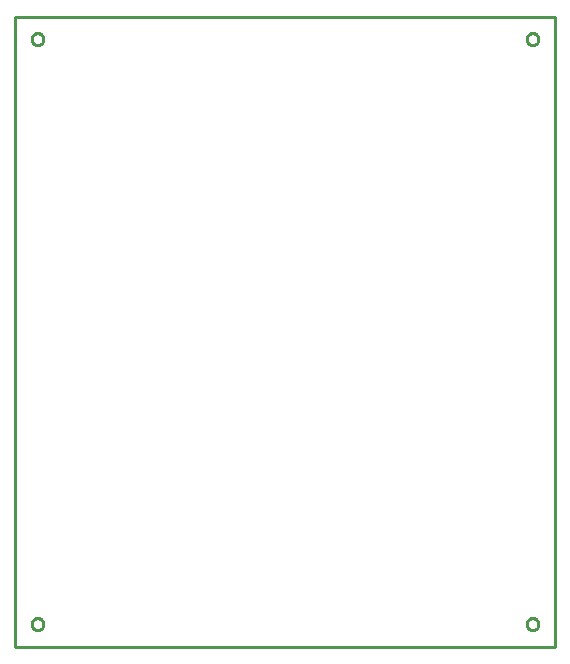
<source format=gbr>
G04 EAGLE Gerber RS-274X export*
G75*
%MOMM*%
%FSLAX34Y34*%
%LPD*%
%IN*%
%IPPOS*%
%AMOC8*
5,1,8,0,0,1.08239X$1,22.5*%
G01*
%ADD10C,0.254000*%


D10*
X0Y25400D02*
X457254Y25400D01*
X457254Y558802D01*
X254Y558802D01*
X0Y25400D01*
X24050Y44169D02*
X23987Y43611D01*
X23862Y43064D01*
X23677Y42534D01*
X23433Y42028D01*
X23134Y41552D01*
X22784Y41113D01*
X22387Y40716D01*
X21948Y40366D01*
X21472Y40067D01*
X20966Y39823D01*
X20436Y39638D01*
X19889Y39513D01*
X19331Y39450D01*
X18769Y39450D01*
X18211Y39513D01*
X17664Y39638D01*
X17134Y39823D01*
X16628Y40067D01*
X16152Y40366D01*
X15713Y40716D01*
X15316Y41113D01*
X14966Y41552D01*
X14667Y42028D01*
X14423Y42534D01*
X14238Y43064D01*
X14113Y43611D01*
X14050Y44169D01*
X14050Y44731D01*
X14113Y45289D01*
X14238Y45836D01*
X14423Y46366D01*
X14667Y46872D01*
X14966Y47348D01*
X15316Y47787D01*
X15713Y48184D01*
X16152Y48534D01*
X16628Y48833D01*
X17134Y49077D01*
X17664Y49262D01*
X18211Y49387D01*
X18769Y49450D01*
X19331Y49450D01*
X19889Y49387D01*
X20436Y49262D01*
X20966Y49077D01*
X21472Y48833D01*
X21948Y48534D01*
X22387Y48184D01*
X22784Y47787D01*
X23134Y47348D01*
X23433Y46872D01*
X23677Y46366D01*
X23862Y45836D01*
X23987Y45289D01*
X24050Y44731D01*
X24050Y44169D01*
X443150Y44169D02*
X443087Y43611D01*
X442962Y43064D01*
X442777Y42534D01*
X442533Y42028D01*
X442234Y41552D01*
X441884Y41113D01*
X441487Y40716D01*
X441048Y40366D01*
X440572Y40067D01*
X440066Y39823D01*
X439536Y39638D01*
X438989Y39513D01*
X438431Y39450D01*
X437869Y39450D01*
X437311Y39513D01*
X436764Y39638D01*
X436234Y39823D01*
X435728Y40067D01*
X435252Y40366D01*
X434813Y40716D01*
X434416Y41113D01*
X434066Y41552D01*
X433767Y42028D01*
X433523Y42534D01*
X433338Y43064D01*
X433213Y43611D01*
X433150Y44169D01*
X433150Y44731D01*
X433213Y45289D01*
X433338Y45836D01*
X433523Y46366D01*
X433767Y46872D01*
X434066Y47348D01*
X434416Y47787D01*
X434813Y48184D01*
X435252Y48534D01*
X435728Y48833D01*
X436234Y49077D01*
X436764Y49262D01*
X437311Y49387D01*
X437869Y49450D01*
X438431Y49450D01*
X438989Y49387D01*
X439536Y49262D01*
X440066Y49077D01*
X440572Y48833D01*
X441048Y48534D01*
X441487Y48184D01*
X441884Y47787D01*
X442234Y47348D01*
X442533Y46872D01*
X442777Y46366D01*
X442962Y45836D01*
X443087Y45289D01*
X443150Y44731D01*
X443150Y44169D01*
X24050Y539469D02*
X23987Y538911D01*
X23862Y538364D01*
X23677Y537834D01*
X23433Y537328D01*
X23134Y536852D01*
X22784Y536413D01*
X22387Y536016D01*
X21948Y535666D01*
X21472Y535367D01*
X20966Y535123D01*
X20436Y534938D01*
X19889Y534813D01*
X19331Y534750D01*
X18769Y534750D01*
X18211Y534813D01*
X17664Y534938D01*
X17134Y535123D01*
X16628Y535367D01*
X16152Y535666D01*
X15713Y536016D01*
X15316Y536413D01*
X14966Y536852D01*
X14667Y537328D01*
X14423Y537834D01*
X14238Y538364D01*
X14113Y538911D01*
X14050Y539469D01*
X14050Y540031D01*
X14113Y540589D01*
X14238Y541136D01*
X14423Y541666D01*
X14667Y542172D01*
X14966Y542648D01*
X15316Y543087D01*
X15713Y543484D01*
X16152Y543834D01*
X16628Y544133D01*
X17134Y544377D01*
X17664Y544562D01*
X18211Y544687D01*
X18769Y544750D01*
X19331Y544750D01*
X19889Y544687D01*
X20436Y544562D01*
X20966Y544377D01*
X21472Y544133D01*
X21948Y543834D01*
X22387Y543484D01*
X22784Y543087D01*
X23134Y542648D01*
X23433Y542172D01*
X23677Y541666D01*
X23862Y541136D01*
X23987Y540589D01*
X24050Y540031D01*
X24050Y539469D01*
X443150Y539469D02*
X443087Y538911D01*
X442962Y538364D01*
X442777Y537834D01*
X442533Y537328D01*
X442234Y536852D01*
X441884Y536413D01*
X441487Y536016D01*
X441048Y535666D01*
X440572Y535367D01*
X440066Y535123D01*
X439536Y534938D01*
X438989Y534813D01*
X438431Y534750D01*
X437869Y534750D01*
X437311Y534813D01*
X436764Y534938D01*
X436234Y535123D01*
X435728Y535367D01*
X435252Y535666D01*
X434813Y536016D01*
X434416Y536413D01*
X434066Y536852D01*
X433767Y537328D01*
X433523Y537834D01*
X433338Y538364D01*
X433213Y538911D01*
X433150Y539469D01*
X433150Y540031D01*
X433213Y540589D01*
X433338Y541136D01*
X433523Y541666D01*
X433767Y542172D01*
X434066Y542648D01*
X434416Y543087D01*
X434813Y543484D01*
X435252Y543834D01*
X435728Y544133D01*
X436234Y544377D01*
X436764Y544562D01*
X437311Y544687D01*
X437869Y544750D01*
X438431Y544750D01*
X438989Y544687D01*
X439536Y544562D01*
X440066Y544377D01*
X440572Y544133D01*
X441048Y543834D01*
X441487Y543484D01*
X441884Y543087D01*
X442234Y542648D01*
X442533Y542172D01*
X442777Y541666D01*
X442962Y541136D01*
X443087Y540589D01*
X443150Y540031D01*
X443150Y539469D01*
M02*

</source>
